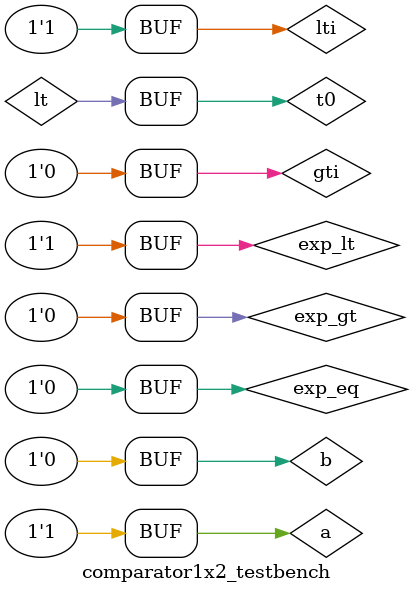
<source format=v>
`define DELAY 20
module comparator1x2_testbench();
   reg a;
   reg b;
   reg lti, gti;
   reg exp_lt, exp_gt, exp_eq;
   wire lt, eq, gt;
   wire tresult;

   comparator1x2 cmp(lt, eq, gt, a, b, lti, gti);

   wire t0, t1, t2;
   xnor xn0(t0, lt, exp_lt);
   xnor xn1(t1, eq, exp_eq);
   xnor xn2(t2, gt, exp_gt);

   and1x3_1 a0(tresult, t0, t1, t2);

   initial begin
      a = 1'b0;
      b = 1'b0;
      lti = 1'b0;
      gti = 1'b0;
      exp_lt = 1'b0;
      exp_eq = 1'b1;
      exp_gt = 1'b0;
      #`DELAY;
      a = 1'b1;
      b = 1'b0;
      lti = 1'b0;
      gti = 1'b0;
      exp_lt = 1'b0;
      exp_eq = 1'b0;
      exp_gt = 1'b1;
      #`DELAY;
      a = 1'b0;
      b = 1'b1;
      lti = 1'b0;
      gti = 1'b0;
      exp_lt = 1'b1;
      exp_eq = 1'b0;
      exp_gt = 1'b0;
      #`DELAY;
      a = 1'b1;
      b = 1'b1;
      lti = 1'b0;
      gti = 1'b0;
      exp_lt = 1'b0;
      exp_eq = 1'b1;
      exp_gt = 1'b0;
      #`DELAY;
      a = 1'b1;
      b = 1'b1;
      lti = 1'b0;
      gti = 1'b1;
      exp_lt = 1'b0;
      exp_eq = 1'b0;
      exp_gt = 1'b1;
      #`DELAY;
      a = 1'b1;
      b = 1'b1;
      lti = 1'b1;
      gti = 1'b0;
      exp_lt = 1'b1;
      exp_eq = 1'b0;
      exp_gt = 1'b0;
      #`DELAY;
      a = 1'b1;
      b = 1'b0;
      lti = 1'b1;
      gti = 1'b0;
      exp_lt = 1'b1;
      exp_eq = 1'b0;
      exp_gt = 1'b0;
   end

   initial begin
      $monitor("time = %2d, a =%1b, b=%1b, lti=%1b, gti=%1b,  lt=%1b, eq=%1b, gt=%1b, tresult=%1b", $time, a, b, lti, gti,lt, eq, gt, tresult);
   end

endmodule //comparator1x2_testbench

</source>
